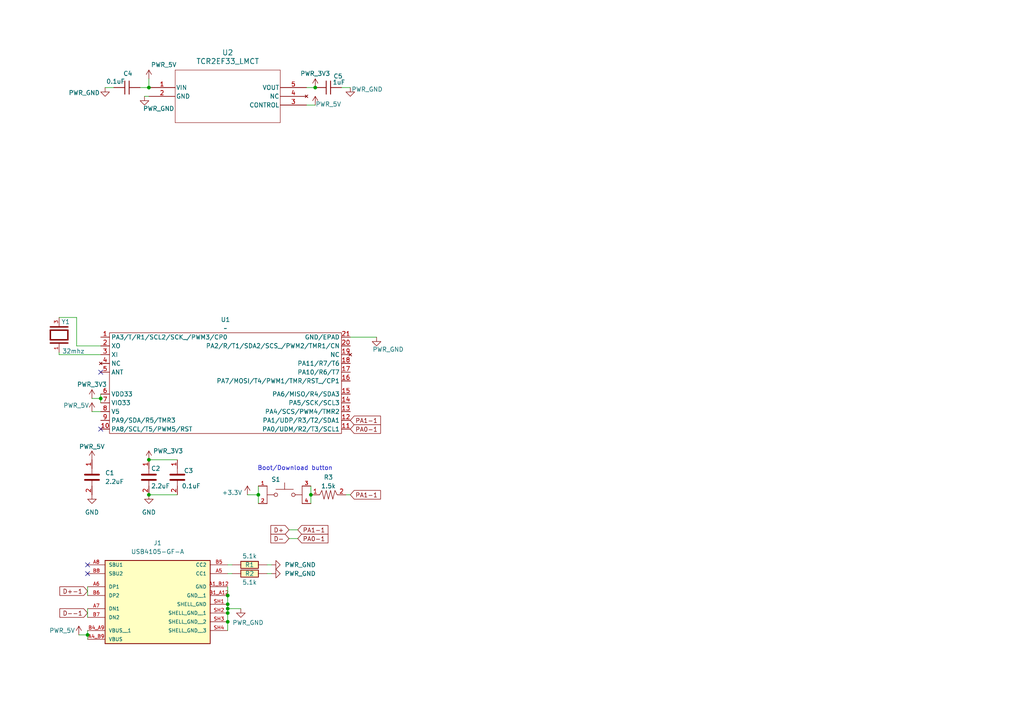
<source format=kicad_sch>
(kicad_sch (version 20250114) (generator "eeschema") (generator_version "9.0")
  (paper "A4")
  (lib_symbols
    (symbol "32mhz crystal:XRCGB32M000F2P01R0" (pin_names (offset 1.016))
      (property "Reference" "Y" (at -5.0878 3.8159 0))
      (property "Value" "XRCGB32M000F2P01R0" (at -5.0944 -5.0944 0))
      (symbol "XRCGB32M000F2P01R0_0_0"
        (polyline (pts (xy -2.3368 2.54) (xy -2.3368 -2.54)) (stroke (width 0.4064)))
        (polyline (pts (xy -1.397 2.54) (xy -1.397 -2.54)) (stroke (width 0.4064)))
        (polyline (pts (xy -1.397 2.54) (xy 1.397 2.54)) (stroke (width 0.4064)))
        (polyline (pts (xy 1.397 2.54) (xy 1.397 -2.54)) (stroke (width 0.4064)))
        (polyline (pts (xy 1.397 -2.54) (xy -1.397 -2.54)) (stroke (width 0.4064)))
        (polyline (pts (xy 2.3368 2.54) (xy 2.3368 -2.54)) (stroke (width 0.4064)))
        (pin passive line (at -5.08 0 0) (length 2.54) (name "~") (number "1"))
        (pin passive line (at 5.08 0 180) (length 2.54) (name "~") (number "3"))
      )
    )
    (symbol "CH572D:CH572D"
      (property "Reference" "U" (at 0 0 0))
      (symbol "CH572D_0_1"
        (rectangle (start -33.02 16.51) (end 34.29 -12.7))
      )
      (symbol "CH572D_1_1"
        (pin bidirectional line (at -35.56 15.24 0) (length 2.54) (name "PA3/T/R1/SCL2/SCK_/PWM3/CP0") (number "1"))
        (pin input line (at -35.56 12.7 0) (length 2.54) (name "XO") (number "2"))
        (pin input line (at -35.56 10.16 0) (length 2.54) (name "XI") (number "3"))
        (pin no_connect line (at -35.56 7.62 0) (length 2.54) (name "NC") (number "4"))
        (pin bidirectional line (at -35.56 5.08 0) (length 2.54) (name "ANT") (number "5"))
        (pin power_in line (at -35.56 -1.27 0) (length 2.54) (name "VDD33") (number "6"))
        (pin power_in line (at -35.56 -3.81 0) (length 2.54) (name "VIO33") (number "7"))
        (pin power_in line (at -35.56 -6.35 0) (length 2.54) (name "V5") (number "8"))
        (pin bidirectional line (at -35.56 -8.89 0) (length 2.54) (name "PA9/SDA/R5/TMR3") (number "9"))
        (pin bidirectional line (at -35.56 -11.43 0) (length 2.54) (name "PA8/SCL/T5/PWM5/RST") (number "10"))
        (pin power_in line (at 36.83 15.24 180) (length 2.54) (name "GND/EPAD") (number "21"))
        (pin bidirectional line (at 36.83 12.7 180) (length 2.54) (name "PA2/R/T1/SDA2/SCS_/PWM2/TMR1/CN") (number "20"))
        (pin no_connect line (at 36.83 10.16 180) (length 2.54) (name "NC") (number "19"))
        (pin bidirectional line (at 36.83 7.62 180) (length 2.54) (name "PA11/R7/T6") (number "18"))
        (pin bidirectional line (at 36.83 5.08 180) (length 2.54) (name "PA10/R6/T7") (number "17"))
        (pin bidirectional line (at 36.83 2.54 180) (length 2.54) (name "PA7/MOSI/T4/PWM1/TMR/RST_/CP1") (number "16"))
        (pin bidirectional line (at 36.83 -1.27 180) (length 2.54) (name "PA6/MISO/R4/SDA3") (number "15"))
        (pin bidirectional line (at 36.83 -3.81 180) (length 2.54) (name "PA5/SCK/SCL3") (number "14"))
        (pin bidirectional line (at 36.83 -6.35 180) (length 2.54) (name "PA4/SCS/PWM4/TMR2") (number "13"))
        (pin bidirectional line (at 36.83 -8.89 180) (length 2.54) (name "PA1/UDP/R3/T2/SDA1") (number "12"))
        (pin bidirectional line (at 36.83 -11.43 180) (length 2.54) (name "PA0/UDM/R2/T3/SCL1") (number "11"))
      )
    )
    (symbol "CHXXX:CH592X (Altium Display 2)"
      (property "Reference" "U" (at 76.708 0 0))
      (property "Value" "CH592X" (at 76.708 -2.54 0))
      (symbol "CH592X (Altium Display 2)_1_0"
        (rectangle (start 68.58 0) (end 0 -68.58) (stroke (width 0.254) (color 128 0 0 1)) (fill (type background)))
        (pin power_in line (at -7.62 -25.4 0) (length 7.62) (name "VDCIA") (number "25"))
        (pin bidirectional line (at -7.62 -27.94 0) (length 7.62) (name "PA4/RXD3/AIN0") (number "26"))
        (pin bidirectional line (at -7.62 -30.48 0) (length 7.62) (name "PA5/TXD3/AIN1") (number "27"))
        (pin bidirectional line (at -7.62 -33.02 0) (length 7.62) (name "PA15/MISO/RXD0_/AIN5") (number "28"))
        (pin bidirectional line (at -7.62 -35.56 0) (length 7.62) (name "PA14/MOSI/TXD0_/AIN4") (number "29"))
        (pin bidirectional line (at -7.62 -38.1 0) (length 7.62) (name "PA13/SCK0/PWM5/AIN3") (number "30"))
        (pin bidirectional line (at -7.62 -40.64 0) (length 7.62) (name "PA12/SCS/PWM4/AIN2") (number "31"))
        (pin bidirectional line (at -7.62 -43.18 0) (length 7.62) (name "PA11/X32KO/TMR2") (number "32"))
        (pin power_in line (at 15.24 -76.2 90) (length 7.62) (name "GND") (number "0"))
        (pin bidirectional line (at 25.4 7.62 270) (length 7.62) (name "ANT") (number "24"))
        (pin bidirectional line (at 25.4 -76.2 90) (length 7.62) (name "PA10/X32KI/TMR1") (number "1"))
        (pin power_in line (at 27.94 7.62 270) (length 7.62) (name "VINTA") (number "23"))
        (pin bidirectional line (at 27.94 -76.2 90) (length 7.62) (name "PB6/RTS/PWM8/AIN9") (number "2"))
        (pin input line (at 30.48 7.62 270) (length 7.62) (name "X32MI") (number "22"))
        (pin bidirectional line (at 30.48 -76.2 90) (length 7.62) (name "PB0/PWM6/CTS/AIN8") (number "3"))
        (pin output line (at 33.02 7.62 270) (length 7.62) (name "X32MO") (number "21"))
        (pin power_in line (at 33.02 -76.2 90) (length 7.62) (name "VDCID") (number "4"))
        (pin bidirectional line (at 35.56 7.62 270) (length 7.62) (name "PB22/TMR3/RXD2") (number "20"))
        (pin power_in line (at 35.56 -76.2 90) (length 7.62) (name "VSW") (number "5"))
        (pin bidirectional line (at 38.1 7.62 270) (length 7.62) (name "PB23/RST#/TMR0_/TXD2/PWM11") (number "19"))
        (pin power_in line (at 38.1 -76.2 90) (length 7.62) (name "VDD33") (number "6"))
        (pin bidirectional line (at 40.64 7.62 270) (length 7.62) (name "PB4/RXD0/PWM7") (number "18"))
        (pin power_in line (at 40.64 -76.2 90) (length 7.62) (name "VIO33") (number "7"))
        (pin bidirectional line (at 43.18 7.62 270) (length 7.62) (name "PB7/TXD0/PWM9") (number "17"))
        (pin power_in line (at 43.18 -76.2 90) (length 7.62) (name "VIN5") (number "8"))
        (pin bidirectional line (at 76.2 -25.4 180) (length 7.62) (name "PB10/UD-/TMR1_") (number "16"))
        (pin bidirectional line (at 76.2 -27.94 180) (length 7.62) (name "PB11/UD+/TMR2_") (number "15"))
        (pin bidirectional line (at 76.2 -30.48 180) (length 7.62) (name "PB12/SCS_/RXD1_") (number "14"))
        (pin bidirectional line (at 76.2 -33.02 180) (length 7.62) (name "PB13/SCK0_/TXD1_") (number "13"))
        (pin bidirectional line (at 76.2 -35.56 180) (length 7.62) (name "PB14/TIO/MOSI_/PWM10/DSR") (number "12"))
        (pin bidirectional line (at 76.2 -38.1 180) (length 7.62) (name "PB15/TCK/MISO_/DTR") (number "11"))
        (pin bidirectional line (at 76.2 -40.64 180) (length 7.62) (name "PA9/TMR0/TXD1/AIN13") (number "10"))
        (pin bidirectional line (at 76.2 -43.18 180) (length 7.62) (name "PA8/RXD1/AIN12") (number "9"))
      )
    )
    (symbol "C_0603_2" (pin_names (offset 1.016))
      (property "Reference" "C" (at -2.794 3.302 0))
      (property "Value" "F" (at 2.794 -3.048 0))
      (symbol "C_0603_2_0_1"
        (polyline (pts (xy -0.762 -2.032) (xy -0.762 2.032)) (stroke (width 0.508)))
        (polyline (pts (xy -0.635 0) (xy -2.54 0)))
        (polyline (pts (xy 0.635 0) (xy 2.54 0)))
        (polyline (pts (xy 0.762 -2.032) (xy 0.762 2.032)) (stroke (width 0.508)))
      )
      (symbol "C_0603_2_1_1"
        (pin passive line (at -5.08 0 0) (length 2.54) (name "") (number "1"))
        (pin passive line (at 5.08 0 180) (length 2.54) (name "") (number "2"))
      )
    )
    (symbol "EasyEDA:DRV8835DSSR"
      (property "Reference" "U" (at 0 12.7 0))
      (property "Value" "DRV8835DSSR" (at 0 -12.7 0))
      (symbol "DRV8835DSSR_0_1"
        (rectangle (start -17.78 10.67) (end -17.27 10.16) (fill (type background)))
        (circle (center -16.51 9.4) (radius 0.38))
        (circle (center -16.51 9.4) (radius 0.38))
        (pin unspecified line (at -20.32 7.62 0) (length 2.54) (name "VM") (number "1"))
        (pin unspecified line (at -20.32 5.08 0) (length 2.54) (name "AOUT1") (number "2"))
        (pin unspecified line (at -20.32 2.54 0) (length 2.54) (name "AOUT2") (number "3"))
        (pin unspecified line (at -20.32 0 0) (length 2.54) (name "BOUT1") (number "4"))
        (pin unspecified line (at -20.32 -2.54 0) (length 2.54) (name "BOUT2") (number "5"))
        (pin unspecified line (at -20.32 -5.08 0) (length 2.54) (name "GND") (number "6"))
        (pin unspecified line (at 20.32 7.62 180) (length 2.54) (name "VCC") (number "12"))
        (pin unspecified line (at 20.32 5.08 180) (length 2.54) (name "MODE") (number "11"))
        (pin unspecified line (at 20.32 2.54 180) (length 2.54) (name "AIN1/APHASE") (number "10"))
        (pin unspecified line (at 20.32 0 180) (length 2.54) (name "AIN2/AENBL") (number "9"))
        (pin unspecified line (at 20.32 -2.54 180) (length 2.54) (name "BIN1/BPHASE") (number "8"))
        (pin unspecified line (at 20.32 -5.08 180) (length 2.54) (name "BIN2/BENBL") (number "7"))
        (pin unspecified line (at 20.32 -7.62 180) (length 2.54) (name "PAD") (number "13"))
      )
    )
    (symbol "R_0603_1" (pin_names (offset 1.016))
      (property "Reference" "R" (at -3.814 2.0087 0))
      (property "Value" "Ω" (at 0.254 -3.048 0))
      (symbol "R_0603_1_0_1"
        (polyline (pts (xy -2.54 0) (xy -1.905 1.27) (xy -1.27 -1.27) (xy -0.635 1.27) (xy 0 -1.27) (xy 0.635 1.27) (xy 1.27 -1.27) (xy 1.905 1.27) (xy 2.54 0)))
      )
      (symbol "R_0603_1_1_1"
        (pin passive line (at -5.08 0 0) (length 2.54) (name "") (number "1"))
        (pin passive line (at 5.08 0 180) (length 2.54) (name "") (number "2"))
      )
    )
    (symbol "button:TL3365AF180QG" (pin_names (offset 1.016))
      (property "Reference" "S" (at -5.08 5.08 0))
      (property "Value" "TL3365AF180QG" (at -5.08 -5.08 0))
      (symbol "TL3365AF180QG_0_0"
        (polyline (pts (xy -5.08 2.54) (xy -5.08 -2.54)) (stroke (width 0.1524)))
        (polyline (pts (xy -5.08 0) (xy -3.048 0)) (stroke (width 0.1524)))
        (polyline (pts (xy -2.54 1.5875) (xy 0 1.5875)) (stroke (width 0.1524)))
        (circle (center -2.54 0) (radius 0.508) (stroke (width 0.1524)))
        (polyline (pts (xy 0 1.5875) (xy 0 3.4925)) (stroke (width 0.1524)))
        (polyline (pts (xy 0 1.5875) (xy 2.54 1.5875)) (stroke (width 0.1524)))
        (circle (center 2.54 0) (radius 0.508) (stroke (width 0.1524)))
        (polyline (pts (xy 5.08 2.54) (xy 5.08 -2.54)) (stroke (width 0.1524)))
        (polyline (pts (xy 5.08 0) (xy 3.048 0)) (stroke (width 0.1524)))
        (pin passive line (at -7.62 2.54 0) (length 2.54) (name "~") (number "1"))
        (pin passive line (at -7.62 -2.54 0) (length 2.54) (name "~") (number "2"))
        (pin passive line (at 7.62 2.54 180) (length 2.54) (name "~") (number "3"))
        (pin passive line (at 7.62 -2.54 180) (length 2.54) (name "~") (number "4"))
      )
    )
    (symbol "fab:C_0603" (pin_numbers (hide yes))
      (property "Reference" "C" (at 0.635 2.54 0))
      (property "Value" "C_0603" (at 0.635 -2.54 0))
      (symbol "C_0603_1_1"
        (polyline (pts (xy -1.905 0.635) (xy 1.905 0.635)) (stroke (width 0.25)))
        (polyline (pts (xy -1.905 -0.635) (xy 1.905 -0.635)) (stroke (width 0.25)))
        (pin passive line (at 0 3.81 270) (length 3.175) (name "~") (number "1"))
        (pin passive line (at 0 -3.81 90) (length 3.175) (name "~") (number "2"))
      )
    )
    (symbol "fab:C_1206" (pin_numbers (hide yes))
      (property "Reference" "C" (at 0.635 2.54 0))
      (property "Value" "C_1206" (at 0.635 -2.54 0))
      (symbol "C_1206_1_1"
        (polyline (pts (xy -1.905 0.635) (xy 1.905 0.635)) (stroke (width 0.25)))
        (polyline (pts (xy -1.905 -0.635) (xy 1.905 -0.635)) (stroke (width 0.25)))
        (pin passive line (at 0 3.81 270) (length 3.175) (name "~") (number "1"))
        (pin passive line (at 0 -3.81 90) (length 3.175) (name "~") (number "2"))
      )
    )
    (symbol "fab:PWR_3V3" (power) (pin_names (offset 0))
      (property "Value" "PWR_3V3" (at 0 3.556 0))
      (symbol "PWR_3V3_0_1"
        (polyline (pts (xy -0.762 1.27) (xy 0 2.54)))
        (polyline (pts (xy 0 2.54) (xy 0.762 1.27)))
        (polyline (pts (xy 0 0) (xy 0 2.54)))
      )
      (symbol "PWR_3V3_1_1"
        (pin power_in line (at 0 0 90) (length 0) (hide yes) (name "PWR_3V3") (number "1"))
      )
    )
    (symbol "fab:PWR_5V" (power) (pin_names (offset 0))
      (property "Value" "PWR_5V" (at 0 3.556 0))
      (symbol "PWR_5V_0_1"
        (polyline (pts (xy -0.762 1.27) (xy 0 2.54)))
        (polyline (pts (xy 0 2.54) (xy 0.762 1.27)))
        (polyline (pts (xy 0 0) (xy 0 2.54)))
      )
      (symbol "PWR_5V_1_1"
        (pin power_in line (at 0 0 90) (length 0) (hide yes) (name "PWR_5V") (number "1"))
      )
    )
    (symbol "fab:PWR_GND" (power) (pin_names (offset 0))
      (property "Value" "PWR_GND" (at 0 -3.81 0))
      (symbol "PWR_GND_0_1"
        (polyline (pts (xy 0 0) (xy 0 -1.27) (xy 1.27 -1.27) (xy 0 -2.54) (xy -1.27 -1.27) (xy 0 -1.27)))
      )
      (symbol "PWR_GND_1_1"
        (pin power_in line (at 0 0 270) (length 0) (hide yes) (name "PWR_GND") (number "1"))
      )
    )
    (symbol "fab:R_0603" (pin_numbers (hide yes)) (pin_names (offset 0))
      (property "Reference" "R" (at 2.54 0 90))
      (property "Value" "R_0603" (at -2.54 0 90))
      (symbol "R_0603_0_1"
        (rectangle (start -1.016 -2.54) (end 1.016 2.54) (stroke (width 0.254)) (fill (type background)))
      )
      (symbol "R_0603_1_1"
        (pin passive line (at 0 5.08 270) (length 2.54) (name "~") (number "1"))
        (pin passive line (at 0 -5.08 90) (length 2.54) (name "~") (number "2"))
      )
    )
    (symbol "power:+3.3V" (power) (pin_names (offset 0))
      (property "Value" "+3.3V" (at 0 3.556 0))
      (symbol "+3.3V_0_1"
        (polyline (pts (xy -0.762 1.27) (xy 0 2.54)))
        (polyline (pts (xy 0 2.54) (xy 0.762 1.27)))
        (polyline (pts (xy 0 0) (xy 0 2.54)))
      )
      (symbol "+3.3V_1_1"
        (pin power_in line (at 0 0 90) (length 0) (hide yes) (name "+3.3V") (number "1"))
      )
    )
    (symbol "power:GND" (power) (pin_names (offset 0))
      (property "Value" "GND" (at 0 -3.81 0))
      (symbol "GND_0_1"
        (polyline (pts (xy 0 0) (xy 0 -1.27) (xy 1.27 -1.27) (xy 0 -2.54) (xy -1.27 -1.27) (xy 0 -1.27)))
      )
      (symbol "GND_1_1"
        (pin power_in line (at 0 0 270) (length 0) (hide yes) (name "GND") (number "1"))
      )
    )
    (symbol "usbc:USB4105-GF-A" (pin_names (offset 1.016))
      (property "Reference" "J" (at -15.24 13.97 0))
      (property "Value" "USB4105-GF-A" (at -15.24 -27.94 0))
      (symbol "USB4105-GF-A_0_0"
        (rectangle (start -15.24 12.7) (end 15.24 -11.43) (stroke (width 0.254)) (fill (type background)))
        (pin bidirectional line (at -20.32 11.43 0) (length 5.08) (name "SBU1") (number "A8"))
        (pin bidirectional line (at -20.32 8.89 0) (length 5.08) (name "SBU2") (number "B8"))
        (pin bidirectional line (at -20.32 5.08 0) (length 5.08) (name "DP1") (number "A6"))
        (pin bidirectional line (at -20.32 2.54 0) (length 5.08) (name "DP2") (number "B6"))
        (pin bidirectional line (at -20.32 -1.27 0) (length 5.08) (name "DN1") (number "A7"))
        (pin bidirectional line (at -20.32 -3.81 0) (length 5.08) (name "DN2") (number "B7"))
        (pin power_in line (at -20.32 -7.62 0) (length 5.08) (name "VBUS__1") (number "B4_A9"))
        (pin power_in line (at -20.32 -10.16 0) (length 5.08) (name "VBUS") (number "A4_B9"))
        (pin bidirectional line (at 20.32 11.43 180) (length 5.08) (name "CC2") (number "B5"))
        (pin bidirectional line (at 20.32 8.89 180) (length 5.08) (name "CC1") (number "A5"))
        (pin power_in line (at 20.32 5.08 180) (length 5.08) (name "GND") (number "A1_B12"))
        (pin power_in line (at 20.32 2.54 180) (length 5.08) (name "GND__1") (number "B1_A12"))
        (pin power_in line (at 20.32 0 180) (length 5.08) (name "SHELL_GND") (number "SH1"))
        (pin power_in line (at 20.32 -2.54 180) (length 5.08) (name "SHELL_GND__1") (number "SH2"))
        (pin power_in line (at 20.32 -5.08 180) (length 5.08) (name "SHELL_GND__2") (number "SH3"))
        (pin power_in line (at 20.32 -7.62 180) (length 5.08) (name "SHELL_GND__3") (number "SH4"))
      )
    )
    (symbol "voltage regulator:TCR2EF33_LMCT" (pin_names (offset 0.254))
      (property "Reference" "U" (at 22.86 10.16 0))
      (property "Value" "TCR2EF33_LMCT" (at 22.86 7.62 0))
      (symbol "TCR2EF33_LMCT_0_1"
        (polyline (pts (xy 7.62 5.08) (xy 7.62 -10.16)) (stroke (width 0.127)))
        (polyline (pts (xy 7.62 -10.16) (xy 38.1 -10.16)) (stroke (width 0.127)))
        (polyline (pts (xy 38.1 5.08) (xy 7.62 5.08)) (stroke (width 0.127)))
        (polyline (pts (xy 38.1 -10.16) (xy 38.1 5.08)) (stroke (width 0.127)))
        (pin power_in line (at 0 0 0) (length 7.62) (name "VIN") (number "1"))
        (pin power_out line (at 0 -2.54 0) (length 7.62) (name "GND") (number "2"))
        (pin power_in line (at 45.72 0 180) (length 7.62) (name "VOUT") (number "5"))
        (pin no_connect line (at 45.72 -2.54 180) (length 7.62) (name "NC") (number "4"))
        (pin unspecified line (at 45.72 -5.08 180) (length 7.62) (name "CONTROL") (number "3"))
      )
    )
  )
  (text "Boot/Download button\n" (at 382.778 101.6 0) (effects (font (size 1.27 1.27))))
  (text "Boot/Download button\n" (at 85.598 135.89 0) (effects (font (size 1.27 1.27))))
  (junction (at 66.04 172.72))
  (junction (at 378.46 142.24))
  (junction (at 372.11 109.22))
  (junction (at 74.93 143.51))
  (junction (at 91.44 25.4))
  (junction (at 66.04 180.34))
  (junction (at 378.46 149.86))
  (junction (at 386.08 20.32))
  (junction (at 337.82 -22.86))
  (junction (at 328.93 20.32))
  (junction (at 340.36 109.22))
  (junction (at 43.18 143.51))
  (junction (at 66.04 177.8))
  (junction (at 378.46 147.32))
  (junction (at 389.89 -22.86))
  (junction (at 387.35 109.22))
  (junction (at 90.17 143.51))
  (junction (at 330.2 -22.86))
  (junction (at 340.36 99.06))
  (junction (at 43.18 133.35))
  (junction (at 336.55 20.32))
  (junction (at 66.04 175.26))
  (junction (at 378.46 144.78))
  (junction (at 66.04 176.53))
  (junction (at 378.46 146.05))
  (junction (at 326.39 81.28))
  (junction (at 29.21 115.57))
  (junction (at 25.4 184.15))
  (junction (at 337.82 153.67))
  (junction (at 43.18 25.4))
  (no_connect (at 25.4 163.83))
  (no_connect (at 337.82 133.35))
  (no_connect (at 29.21 107.95))
  (no_connect (at 326.39 90.17))
  (no_connect (at 29.21 124.46))
  (no_connect (at 25.4 166.37))
  (no_connect (at 337.82 135.89))
  (no_connect (at 326.39 73.66))
  (wire (pts (xy 326.39 81.28) (xy 326.39 82.55)))
  (wire (pts (xy 29.21 115.57) (xy 29.21 116.84)))
  (wire (pts (xy 66.04 170.18) (xy 66.04 172.72)))
  (wire (pts (xy 378.46 139.7) (xy 378.46 142.24)))
  (wire (pts (xy 314.325 68.58) (xy 326.39 68.58)))
  (wire (pts (xy 17.145 102.87) (xy 29.21 102.87)))
  (wire (pts (xy 314.325 57.785) (xy 319.405 57.785)))
  (wire (pts (xy 17.145 92.075) (xy 22.225 92.075)))
  (wire (pts (xy 323.85 81.28) (xy 326.39 81.28)))
  (wire (pts (xy 26.67 115.57) (xy 29.21 115.57)))
  (wire (pts (xy 77.47 163.83) (xy 78.74 163.83)))
  (wire (pts (xy 389.89 133.35) (xy 391.16 133.35)))
  (wire (pts (xy 66.04 163.83) (xy 67.31 163.83)))
  (wire (pts (xy 378.46 133.35) (xy 379.73 133.35)))
  (wire (pts (xy 336.55 10.16) (xy 336.55 20.32)))
  (wire (pts (xy 397.51 20.32) (xy 394.97 20.32)))
  (wire (pts (xy 319.405 66.04) (xy 326.39 66.04)))
  (wire (pts (xy 22.225 100.33) (xy 29.21 100.33)))
  (wire (pts (xy 88.9 30.48) (xy 91.44 30.48)))
  (wire (pts (xy 40.64 25.4) (xy 43.18 25.4)))
  (wire (pts (xy 319.405 57.785) (xy 319.405 66.04)))
  (wire (pts (xy 22.225 92.075) (xy 22.225 100.33)))
  (wire (pts (xy 25.4 176.53) (xy 25.4 179.07)))
  (wire (pts (xy 337.82 146.05) (xy 337.82 148.59)))
  (wire (pts (xy 66.04 180.34) (xy 66.04 182.88)))
  (wire (pts (xy 378.46 149.86) (xy 378.46 152.4)))
  (wire (pts (xy 71.755 143.51) (xy 74.93 143.51)))
  (wire (pts (xy 368.935 109.22) (xy 372.11 109.22)))
  (wire (pts (xy 328.93 10.16) (xy 328.93 20.32)))
  (wire (pts (xy 389.89 -22.86) (xy 389.89 -20.32)))
  (wire (pts (xy 90.17 143.51) (xy 90.17 146.05)))
  (wire (pts (xy 387.35 109.22) (xy 387.35 111.76)))
  (wire (pts (xy 372.11 106.68) (xy 372.11 109.22)))
  (wire (pts (xy 74.93 140.97) (xy 74.93 143.51)))
  (wire (pts (xy 389.89 -22.86) (xy 391.16 -22.86)))
  (wire (pts (xy 66.04 176.53) (xy 69.85 176.53)))
  (wire (pts (xy 378.46 146.05) (xy 382.27 146.05)))
  (wire (pts (xy 77.47 166.37) (xy 78.74 166.37)))
  (wire (pts (xy 389.89 135.89) (xy 391.16 135.89)))
  (wire (pts (xy 83.82 153.67) (xy 86.36 153.67)))
  (wire (pts (xy 381 119.38) (xy 383.54 119.38)))
  (wire (pts (xy 401.32 -22.86) (xy 398.78 -22.86)))
  (wire (pts (xy 386.08 22.86) (xy 386.08 20.32)))
  (wire (pts (xy 91.44 25.4) (xy 88.9 25.4)))
  (wire (pts (xy 83.82 156.21) (xy 86.36 156.21)))
  (wire (pts (xy 381 121.92) (xy 383.54 121.92)))
  (wire (pts (xy 336.55 20.32) (xy 342.9 20.32)))
  (wire (pts (xy 314.325 68.58) (xy 314.325 67.945)))
  (wire (pts (xy 17.145 102.87) (xy 17.145 102.235)))
  (wire (pts (xy 330.2 -31.75) (xy 330.2 -22.86)))
  (wire (pts (xy 387.35 -22.86) (xy 389.89 -22.86)))
  (wire (pts (xy 41.91 27.94) (xy 43.18 27.94)))
  (wire (pts (xy 337.82 -22.86) (xy 346.71 -22.86)))
  (wire (pts (xy 30.48 25.4) (xy 33.02 25.4)))
  (wire (pts (xy 25.4 170.18) (xy 25.4 172.72)))
  (wire (pts (xy 337.82 139.7) (xy 337.82 142.24)))
  (wire (pts (xy 340.36 109.22) (xy 348.615 109.22)))
  (wire (pts (xy 43.18 143.51) (xy 51.435 143.51)))
  (wire (pts (xy 397.51 109.22) (xy 398.78 109.22)))
  (wire (pts (xy 100.33 143.51) (xy 101.6 143.51)))
  (wire (pts (xy 66.04 176.53) (xy 66.04 177.8)))
  (wire (pts (xy 378.46 146.05) (xy 378.46 147.32)))
  (wire (pts (xy 387.35 106.68) (xy 387.35 109.22)))
  (wire (pts (xy 90.17 140.97) (xy 90.17 143.51)))
  (wire (pts (xy 43.18 22.86) (xy 43.18 25.4)))
  (wire (pts (xy 323.85 85.09) (xy 326.39 85.09)))
  (wire (pts (xy 26.67 119.38) (xy 29.21 119.38)))
  (wire (pts (xy 66.04 166.37) (xy 67.31 166.37)))
  (wire (pts (xy 378.46 135.89) (xy 379.73 135.89)))
  (wire (pts (xy 387.35 20.32) (xy 386.08 20.32)))
  (wire (pts (xy 337.82 -31.75) (xy 337.82 -22.86)))
  (wire (pts (xy 66.04 177.8) (xy 66.04 180.34)))
  (wire (pts (xy 378.46 147.32) (xy 378.46 149.86)))
  (wire (pts (xy 327.66 -22.86) (xy 330.2 -22.86)))
  (wire (pts (xy 326.39 80.01) (xy 326.39 81.28)))
  (wire (pts (xy 29.21 114.3) (xy 29.21 115.57)))
  (wire (pts (xy 66.04 172.72) (xy 66.04 175.26)))
  (wire (pts (xy 378.46 142.24) (xy 378.46 144.78)))
  (wire (pts (xy 340.36 99.06) (xy 348.615 99.06)))
  (wire (pts (xy 43.18 133.35) (xy 51.435 133.35)))
  (wire (pts (xy 372.11 109.22) (xy 372.11 111.76)))
  (wire (pts (xy 74.93 143.51) (xy 74.93 146.05)))
  (wire (pts (xy 25.4 184.15) (xy 25.4 185.42)))
  (wire (pts (xy 337.82 153.67) (xy 337.82 154.94)))
  (wire (pts (xy 66.04 175.26) (xy 66.04 176.53)))
  (wire (pts (xy 378.46 144.78) (xy 378.46 146.05)))
  (wire (pts (xy 389.89 -20.32) (xy 387.35 -20.32)))
  (wire (pts (xy 383.54 22.86) (xy 386.08 22.86)))
  (wire (pts (xy 383.54 20.32) (xy 386.08 20.32)))
  (wire (pts (xy 22.86 184.15) (xy 25.4 184.15)))
  (wire (pts (xy 335.28 153.67) (xy 337.82 153.67)))
  (wire (pts (xy 101.6 25.4) (xy 99.06 25.4)))
  (wire (pts (xy 398.78 63.5) (xy 406.4 63.5)))
  (wire (pts (xy 101.6 97.79) (xy 109.22 97.79)))
  (wire (pts (xy 326.39 20.32) (xy 328.93 20.32)))
  (wire (pts (xy 25.4 182.88) (xy 25.4 184.15)))
  (wire (pts (xy 337.82 152.4) (xy 337.82 153.67)))
  (global_label "AOUT2-2" (shape input) (at 346.71 -17.78 180) (property "Intersheetrefs" "${INTERSHEET_REFS}" (effects (hide yes))))
  (global_label "BEN" (shape input) (at 383.54 33.02 0) (property "Intersheetrefs" "${INTERSHEET_REFS}" (effects (hide yes))))
  (global_label "AEN-1" (shape input) (at 387.35 -15.24 0) (property "Intersheetrefs" "${INTERSHEET_REFS}" (effects (hide yes))))
  (global_label "D+-1" (shape input) (at 25.4 171.45 180) (property "Intersheetrefs" "${INTERSHEET_REFS}" (effects (hide yes))))
  (global_label "BEN-1" (shape input) (at 387.35 -10.16 0) (property "Intersheetrefs" "${INTERSHEET_REFS}" (effects (hide yes))))
  (global_label "D+" (shape input) (at 83.82 153.67 180) (property "Intersheetrefs" "${INTERSHEET_REFS}" (effects (hide yes))))
  (global_label "AEN" (shape input) (at 383.54 27.94 0) (property "Intersheetrefs" "${INTERSHEET_REFS}" (effects (hide yes))))
  (global_label "PA0-1" (shape input) (at 101.6 124.46 0) (property "Intersheetrefs" "${INTERSHEET_REFS}" (effects (hide yes))))
  (global_label "D-" (shape input) (at 337.82 147.32 180) (property "Intersheetrefs" "${INTERSHEET_REFS}" (effects (hide yes))))
  (global_label "D-" (shape input) (at 381 121.92 180) (property "Intersheetrefs" "${INTERSHEET_REFS}" (effects (hide yes))))
  (global_label "PA1" (shape input) (at 398.78 109.22 0) (property "Intersheetrefs" "${INTERSHEET_REFS}" (effects (hide yes))))
  (global_label "PA1" (shape input) (at 398.78 87.63 0) (property "Intersheetrefs" "${INTERSHEET_REFS}" (effects (hide yes))))
  (global_label "PA1" (shape input) (at 383.54 119.38 0) (property "Intersheetrefs" "${INTERSHEET_REFS}" (effects (hide yes))))
  (global_label "D--1" (shape input) (at 25.4 177.8 180) (property "Intersheetrefs" "${INTERSHEET_REFS}" (effects (hide yes))))
  (global_label "AOUT2" (shape input) (at 342.9 25.4 180) (property "Intersheetrefs" "${INTERSHEET_REFS}" (effects (hide yes))))
  (global_label "D+" (shape input) (at 381 119.38 180) (property "Intersheetrefs" "${INTERSHEET_REFS}" (effects (hide yes))))
  (global_label "D-" (shape input) (at 83.82 156.21 180) (property "Intersheetrefs" "${INTERSHEET_REFS}" (effects (hide yes))))
  (global_label "BEN" (shape input) (at 398.78 76.2 0) (property "Intersheetrefs" "${INTERSHEET_REFS}" (effects (hide yes))))
  (global_label "BPH-1" (shape input) (at 387.35 -12.7 0) (property "Intersheetrefs" "${INTERSHEET_REFS}" (effects (hide yes))))
  (global_label "AEN" (shape input) (at 398.78 71.12 0) (property "Intersheetrefs" "${INTERSHEET_REFS}" (effects (hide yes))))
  (global_label "PA0" (shape input) (at 383.54 121.92 0) (property "Intersheetrefs" "${INTERSHEET_REFS}" (effects (hide yes))))
  (global_label "PA0-1" (shape input) (at 86.36 156.21 0) (property "Intersheetrefs" "${INTERSHEET_REFS}" (effects (hide yes))))
  (global_label "APH-1" (shape input) (at 387.35 -17.78 0) (property "Intersheetrefs" "${INTERSHEET_REFS}" (effects (hide yes))))
  (global_label "BOUT2" (shape input) (at 342.9 30.48 180) (property "Intersheetrefs" "${INTERSHEET_REFS}" (effects (hide yes))))
  (global_label "BOUT1" (shape input) (at 342.9 27.94 180) (property "Intersheetrefs" "${INTERSHEET_REFS}" (effects (hide yes))))
  (global_label "PA1-1" (shape input) (at 86.36 153.67 0) (property "Intersheetrefs" "${INTERSHEET_REFS}" (effects (hide yes))))
  (global_label "BOUT1-1" (shape input) (at 346.71 -15.24 180) (property "Intersheetrefs" "${INTERSHEET_REFS}" (effects (hide yes))))
  (global_label "BOUT2-2" (shape input) (at 346.71 -12.7 180) (property "Intersheetrefs" "${INTERSHEET_REFS}" (effects (hide yes))))
  (global_label "AOUT1" (shape input) (at 342.9 22.86 180) (property "Intersheetrefs" "${INTERSHEET_REFS}" (effects (hide yes))))
  (global_label "D+" (shape input) (at 337.82 140.97 180) (property "Intersheetrefs" "${INTERSHEET_REFS}" (effects (hide yes))))
  (global_label "BPH" (shape input) (at 398.78 73.66 0) (property "Intersheetrefs" "${INTERSHEET_REFS}" (effects (hide yes))))
  (global_label "AOUT1-1" (shape input) (at 346.71 -20.32 180) (property "Intersheetrefs" "${INTERSHEET_REFS}" (effects (hide yes))))
  (global_label "PA1-1" (shape input) (at 101.6 121.92 0) (property "Intersheetrefs" "${INTERSHEET_REFS}" (effects (hide yes))))
  (global_label "BPH" (shape input) (at 383.54 30.48 0) (property "Intersheetrefs" "${INTERSHEET_REFS}" (effects (hide yes))))
  (global_label "PA1-1" (shape input) (at 101.6 143.51 0) (property "Intersheetrefs" "${INTERSHEET_REFS}" (effects (hide yes))))
  (global_label "APH" (shape input) (at 398.78 66.04 0) (property "Intersheetrefs" "${INTERSHEET_REFS}" (effects (hide yes))))
  (global_label "APH" (shape input) (at 383.54 25.4 0) (property "Intersheetrefs" "${INTERSHEET_REFS}" (effects (hide yes))))
  (global_label "PA0" (shape input) (at 398.78 90.17 0) (property "Intersheetrefs" "${INTERSHEET_REFS}" (effects (hide yes))))
  (symbol (lib_id "EasyEDA:DRV8835DSSR") (at 363.22 27.94 0) (unit 1)
    (property "Reference" "U5" (at 363.22 12.7 0))
    (property "Value" "DRV8835DSSR" (at 363.22 15.24 0))
    (property "Footprint" "EasyEDA:WSON-12_L3.0-W2.0-P0.50-BL-EP" (effects (hide yes)))
    (property "Datasheet" "https://lcsc.com/product-detail/Motor-Drivers_TI_DRV8835DSSR_DRV8835DSSR_C129328.html" (effects (hide yes)))
    (property "LCSC Part" "C129328" (effects (hide yes)))
  )
  (symbol (lib_id "fab:PWR_5V") (at 43.18 22.86 0) (unit 1)
    (property "Reference" "#PWR0121" (effects (hide yes)))
    (property "Value" "PWR_5V" (at 47.498 18.796 0))
    (property "Description" "Power symbol creates a global label with name \"+5V\"" (effects (hide yes)))
  )
  (symbol (lib_id "fab:PWR_GND") (at 78.74 166.37 90) (unit 1)
    (property "Reference" "#PWR0108" (effects (hide yes)))
    (property "Value" "PWR_GND" (at 82.55 166.3699 90) (effects (justify right)))
    (property "Description" "Power symbol creates a global label with name \"GND\" , ground" (effects (hide yes)))
  )
  (symbol (lib_id "power:GND") (at 43.18 143.51 0) (unit 1)
    (property "Reference" "#PWR0107" (effects (hide yes)))
    (property "Value" "GND" (at 43.18 148.59 0))
    (property "Description" "Power symbol creates a global label with name \"GND\" , ground" (effects (hide yes)))
  )
  (symbol (lib_name "C_0603_2") (lib_id "0603:C_0603") (at 323.85 104.14 270) (unit 1)
    (property "Reference" "C6" (at 327.66 102.8699 90) (effects (justify left)))
    (property "Value" "2.2uF" (at 327.66 105.4099 90) (effects (justify left)))
    (property "Footprint" "Footprint:0603" (effects (hide yes)))
    (property "MANUFACTURER" "YAGEO" (effects (hide yes)))
  )
  (symbol (lib_name "C_0603_2") (lib_id "0603:C_0603") (at 51.435 138.43 270) (unit 1)
    (property "Reference" "C3" (at 53.34 136.525 90) (effects (justify left)))
    (property "Value" "0.1uF" (at 52.705 140.97 90) (effects (justify left)))
    (property "Footprint" "Footprint:0603" (effects (hide yes)))
    (property "MANUFACTURER" "YAGEO" (effects (hide yes)))
  )
  (symbol (lib_id "fab:PWR_5V") (at 323.85 85.09 0) (unit 1)
    (property "Reference" "#PWR0128" (effects (hide yes)))
    (property "Value" "PWR_5V" (at 319.278 83.312 0))
    (property "Description" "Power symbol creates a global label with name \"+5V\"" (effects (hide yes)))
  )
  (symbol (lib_id "fab:C_1206") (at 334.01 -31.75 90) (unit 1)
    (property "Reference" "C12" (at 334.01 -38.1 90))
    (property "Value" "C_1206" (at 334.01 -35.56 90))
    (property "Footprint" "fab:C_1206" (effects (hide yes)))
    (property "Datasheet" "https://www.yageo.com/upload/media/product/productsearch/datasheet/mlcc/UPY-GP_NP0_16V-to-50V_18.pdf" (effects (hide yes)))
    (property "Description" "Unpolarized capacitor, SMD, 1206" (effects (hide yes)))
  )
  (symbol (lib_id "fab:PWR_GND") (at 391.16 135.89 90) (unit 1)
    (property "Reference" "#PWR0104" (effects (hide yes)))
    (property "Value" "PWR_GND" (at 394.97 135.8899 90) (effects (justify right)))
    (property "Description" "Power symbol creates a global label with name \"GND\" , ground" (effects (hide yes)))
  )
  (symbol (lib_id "power:GND") (at 323.85 109.22 0) (unit 1)
    (property "Reference" "#PWR0130" (effects (hide yes)))
    (property "Value" "GND" (at 323.85 114.3 0))
    (property "Description" "Power symbol creates a global label with name \"GND\" , ground" (effects (hide yes)))
  )
  (symbol (lib_name "C_0603_2") (lib_id "0603:C_0603") (at 340.36 104.14 270) (unit 1)
    (property "Reference" "C7" (at 340.995 101.6 90) (effects (justify left)))
    (property "Value" "2.2uF" (at 340.995 106.68 90) (effects (justify left)))
    (property "Footprint" "Footprint:0603" (effects (hide yes)))
    (property "MANUFACTURER" "YAGEO" (effects (hide yes)))
  )
  (symbol (lib_id "fab:C_0603") (at 36.83 25.4 90) (unit 1)
    (property "Reference" "C4" (at 37.084 21.336 90))
    (property "Value" "0.1uF" (at 33.528 23.622 90))
    (property "Footprint" "Footprint:0603" (effects (hide yes)))
    (property "Datasheet" "https://www.yageo.com/upload/media/product/productsearch/datasheet/mlcc/UPY-GP_NP0_16V-to-50V_18.pdf" (effects (hide yes)))
    (property "Description" "Unpolarized capacitor, SMD, 1206" (effects (hide yes)))
  )
  (symbol (lib_id "fab:PWR_GND") (at 41.91 27.94 0) (unit 1)
    (property "Reference" "#PWR0120" (effects (hide yes)))
    (property "Value" "PWR_GND" (at 50.546 31.496 0) (effects (justify right)))
    (property "Description" "Power symbol creates a global label with name \"GND\" , ground" (effects (hide yes)))
  )
  (symbol (lib_id "button:TL3365AF180QG") (at 379.73 109.22 0) (unit 1)
    (property "Reference" "S2" (at 377.19 104.775 0))
    (property "Value" "TL3365AF180QG" (effects (hide yes)))
    (property "Footprint" "Footprint:button" (effects (hide yes)))
    (property "PARTREV" "A" (effects (hide yes)))
    (property "SNAPEDA_PN" "TL3365AF180QG" (effects (hide yes)))
    (property "STANDARD" "Manufacturer Recommendations" (effects (hide yes)))
    (property "MAXIMUM_PACKAGE_HEIGHT" "2.5 mm" (effects (hide yes)))
    (property "MANUFACTURER" "E-Switch" (effects (hide yes)))
  )
  (symbol (lib_id "fab:PWR_3V3") (at 43.18 133.35 0) (unit 1)
    (property "Reference" "#PWR0114" (effects (hide yes)))
    (property "Value" "PWR_3V3" (at 48.768 130.81 0))
    (property "Description" "Power symbol creates a global label with name \"+3V3\"" (effects (hide yes)))
  )
  (symbol (lib_id "fab:PWR_GND") (at 406.4 63.5 0) (unit 1)
    (property "Reference" "#PWR0103" (effects (hide yes)))
    (property "Value" "PWR_GND" (at 414.274 67.056 0) (effects (justify right)))
    (property "Description" "Power symbol creates a global label with name \"GND\" , ground" (effects (hide yes)))
  )
  (symbol (lib_id "fab:PWR_5V") (at 26.67 119.38 0) (unit 1)
    (property "Reference" "#PWR0111" (effects (hide yes)))
    (property "Value" "PWR_5V" (at 22.098 117.602 0))
    (property "Description" "Power symbol creates a global label with name \"+5V\"" (effects (hide yes)))
  )
  (symbol (lib_id "fab:C_0603") (at 95.25 25.4 90) (unit 1)
    (property "Reference" "C5" (at 98.044 22.098 90))
    (property "Value" "1uF" (at 98.298 23.876 90))
    (property "Footprint" "Footprint:0603" (effects (hide yes)))
    (property "Datasheet" "https://www.yageo.com/upload/media/product/productsearch/datasheet/mlcc/UPY-GP_NP0_16V-to-50V_18.pdf" (effects (hide yes)))
    (property "Description" "Unpolarized capacitor, SMD, 1206" (effects (hide yes)))
  )
  (symbol (lib_id "power:GND") (at 346.71 -10.16 0) (unit 1)
    (property "Reference" "#PWR07" (effects (hide yes)))
    (property "Value" "GND" (at 346.71 -5.08 0))
    (property "Description" "Power symbol creates a global label with name \"GND\" , ground" (effects (hide yes)))
  )
  (symbol (lib_id "fab:R_0603") (at 384.81 135.89 90) (unit 1)
    (property "Reference" "R6" (at 384.81 135.89 90))
    (property "Value" "5.1k" (at 384.81 138.43 90))
    (property "Footprint" "Footprint:0603" (effects (hide yes)))
    (property "Description" "Resistor" (effects (hide yes)))
  )
  (symbol (lib_id "fab:PWR_GND") (at 327.66 -22.86 0) (unit 1)
    (property "Reference" "#PWR04" (effects (hide yes)))
    (property "Value" "PWR_GND" (at 327.66 -17.78 0))
    (property "Description" "Power symbol creates a global label with name \"GND\" , ground" (effects (hide yes)))
  )
  (symbol (lib_id "EasyEDA:DRV8835DSSR") (at 367.03 -15.24 0) (unit 1)
    (property "Reference" "U4" (at 367.03 -30.48 0))
    (property "Value" "DRV8835DSSR" (at 367.03 -27.94 0))
    (property "Footprint" "EasyEDA:WSON-12_L3.0-W2.0-P0.50-BL-EP" (effects (hide yes)))
    (property "Datasheet" "https://lcsc.com/product-detail/Motor-Drivers_TI_DRV8835DSSR_DRV8835DSSR_C129328.html" (effects (hide yes)))
    (property "LCSC Part" "C129328" (effects (hide yes)))
  )
  (symbol (lib_id "fab:PWR_GND") (at 69.85 176.53 0) (unit 1)
    (property "Reference" "#PWR0102" (effects (hide yes)))
    (property "Value" "PWR_GND" (at 76.454 180.594 0) (effects (justify right)))
    (property "Description" "Power symbol creates a global label with name \"GND\" , ground" (effects (hide yes)))
  )
  (symbol (lib_id "CH572D:CH572D") (at 361.95 78.74 0) (unit 1)
    (property "Reference" "U3" (at 362.585 58.42 0))
    (property "Value" "~" (at 362.585 60.96 0))
    (property "Footprint" "Footprint:CH572D" (effects (hide yes)))
  )
  (symbol (lib_id "power:GND") (at 340.36 109.22 0) (unit 1)
    (property "Reference" "#PWR0125" (effects (hide yes)))
    (property "Value" "GND" (at 340.36 114.3 0))
    (property "Description" "Power symbol creates a global label with name \"GND\" , ground" (effects (hide yes)))
  )
  (symbol (lib_id "usbc:USB4105-GF-A") (at 45.72 175.26 0) (unit 1)
    (property "Reference" "J1" (at 45.72 157.48 0))
    (property "Value" "USB4105-GF-A" (at 45.72 160.02 0))
    (property "Footprint" "Footprint:usbc" (effects (hide yes)))
    (property "PARTREV" "B4" (effects (hide yes)))
    (property "STANDARD" "Manufacturer Recommendations" (effects (hide yes)))
    (property "MAXIMUM_PACKAGE_HEIGHT" "3.31 mm" (effects (hide yes)))
    (property "MANUFACTURER" "GCT" (effects (hide yes)))
  )
  (symbol (lib_id "fab:PWR_3V3") (at 323.85 81.28 0) (unit 1)
    (property "Reference" "#PWR0127" (effects (hide yes)))
    (property "Value" "PWR_3V3" (at 323.85 77.216 0))
    (property "Description" "Power symbol creates a global label with name \"+3V3\"" (effects (hide yes)))
  )
  (symbol (lib_id "fab:C_0603") (at 391.16 20.32 90) (unit 1)
    (property "Reference" "C9" (at 391.16 13.97 90))
    (property "Value" "0.1uf" (at 391.16 16.51 90))
    (property "Footprint" "fab:C_0603" (effects (hide yes)))
    (property "Datasheet" "https://www.yageo.com/upload/media/product/productsearch/datasheet/mlcc/UPY-GP_NP0_16V-to-50V_18.pdf" (effects (hide yes)))
    (property "Description" "Unpolarized capacitor, SMD, 1206" (effects (hide yes)))
  )
  (symbol (lib_id "fab:PWR_GND") (at 401.32 -22.86 0) (unit 1)
    (property "Reference" "#PWR03" (effects (hide yes)))
    (property "Value" "PWR_GND" (at 401.32 -17.78 0))
    (property "Description" "Power symbol creates a global label with name \"GND\" , ground" (effects (hide yes)))
  )
  (symbol (lib_id "power:+3.3V") (at 368.935 109.22 0) (unit 1)
    (property "Reference" "#PWR0126" (effects (hide yes)))
    (property "Value" "+3.3V" (at 364.49 108.585 0))
    (property "Description" "Power symbol creates a global label with name \"+3.3V\"" (effects (hide yes)))
  )
  (symbol (lib_id "fab:PWR_5V") (at 323.85 99.06 0) (unit 1)
    (property "Reference" "#PWR0129" (effects (hide yes)))
    (property "Value" "PWR_5V" (at 323.85 95.25 0))
    (property "Description" "Power symbol creates a global label with name \"+5V\"" (effects (hide yes)))
  )
  (symbol (lib_id "fab:C_0603") (at 332.74 20.32 90) (unit 1)
    (property "Reference" "C10" (at 332.74 13.97 90))
    (property "Value" "0.1uf" (at 332.74 16.51 90))
    (property "Footprint" "fab:C_0603" (effects (hide yes)))
    (property "Datasheet" "https://www.yageo.com/upload/media/product/productsearch/datasheet/mlcc/UPY-GP_NP0_16V-to-50V_18.pdf" (effects (hide yes)))
    (property "Description" "Unpolarized capacitor, SMD, 1206" (effects (hide yes)))
  )
  (symbol (lib_id "CH572D:CH572D") (at 64.77 113.03 0) (unit 1)
    (property "Reference" "U1" (at 65.405 92.71 0))
    (property "Value" "~" (at 65.405 95.25 0))
    (property "Footprint" "Footprint:CH572D" (effects (hide yes)))
  )
  (symbol (lib_id "fab:PWR_3V3") (at 91.44 25.4 0) (unit 1)
    (property "Reference" "#PWR0116" (effects (hide yes)))
    (property "Value" "PWR_3V3" (at 91.44 21.336 0))
    (property "Description" "Power symbol creates a global label with name \"+3V3\"" (effects (hide yes)))
  )
  (symbol (lib_id "32mhz crystal:XRCGB32M000F2P01R0") (at 17.145 97.155 90) (unit 1)
    (property "Reference" "Y1" (at 17.78 93.345 90) (effects (justify right)))
    (property "Value" "32mhz" (at 18.034 101.854 90) (effects (justify right)))
    (property "Footprint" "Footprint:32mhz crystal" (effects (hide yes)))
    (property "PARTREV" "N/A" (effects (hide yes)))
    (property "MANUFACTURER" "Murata Electronics" (effects (hide yes)))
    (property "MAXIMUM_PACKAGE_HEIGHT" "0.7 mm" (effects (hide yes)))
    (property "STANDARD" "Manufacturer Recommendations" (effects (hide yes)))
  )
  (symbol (lib_id "power:GND") (at 387.35 -7.62 0) (unit 1)
    (property "Reference" "#PWR08" (effects (hide yes)))
    (property "Value" "GND" (at 387.35 -2.54 0))
    (property "Description" "Power symbol creates a global label with name \"GND\" , ground" (effects (hide yes)))
  )
  (symbol (lib_id "fab:PWR_GND") (at 101.6 25.4 0) (unit 1)
    (property "Reference" "#PWR0118" (effects (hide yes)))
    (property "Value" "PWR_GND" (at 110.998 25.908 0) (effects (justify right)))
    (property "Description" "Power symbol creates a global label with name \"GND\" , ground" (effects (hide yes)))
  )
  (symbol (lib_name "C_0603_2") (lib_id "0603:C_0603") (at 348.615 104.14 270) (unit 1)
    (property "Reference" "C8" (at 350.52 102.235 90) (effects (justify left)))
    (property "Value" "0.1uF" (at 349.885 106.68 90) (effects (justify left)))
    (property "Footprint" "Footprint:0603" (effects (hide yes)))
    (property "MANUFACTURER" "YAGEO" (effects (hide yes)))
  )
  (symbol (lib_name "R_0603_1") (lib_id "0603:R_0603") (at 392.43 109.22 0) (unit 1)
    (property "Reference" "R4" (at 392.43 104.14 0))
    (property "Value" "1.5k" (at 392.43 106.68 0))
    (property "Footprint" "Footprint:0603" (effects (hide yes)))
    (property "MANUFACTURER" "YAGEO" (effects (hide yes)))
  )
  (symbol (lib_name "C_0603_2") (lib_id "0603:C_0603") (at 43.18 138.43 270) (unit 1)
    (property "Reference" "C2" (at 43.815 135.89 90) (effects (justify left)))
    (property "Value" "2.2uF" (at 43.815 140.97 90) (effects (justify left)))
    (property "Footprint" "Footprint:0603" (effects (hide yes)))
    (property "MANUFACTURER" "YAGEO" (effects (hide yes)))
  )
  (symbol (lib_id "fab:C_0603") (at 394.97 -22.86 90) (unit 1)
    (property "Reference" "C14" (at 394.97 -29.21 90))
    (property "Value" "0.1uf" (at 394.97 -26.67 90))
    (property "Footprint" "fab:C_0603" (effects (hide yes)))
    (property "Datasheet" "https://www.yageo.com/upload/media/product/productsearch/datasheet/mlcc/UPY-GP_NP0_16V-to-50V_18.pdf" (effects (hide yes)))
    (property "Description" "Unpolarized capacitor, SMD, 1206" (effects (hide yes)))
  )
  (symbol (lib_id "button:TL3365AF180QG") (at 82.55 143.51 0) (unit 1)
    (property "Reference" "S1" (at 80.01 139.065 0))
    (property "Value" "TL3365AF180QG" (effects (hide yes)))
    (property "Footprint" "Footprint:button" (effects (hide yes)))
    (property "PARTREV" "A" (effects (hide yes)))
    (property "SNAPEDA_PN" "TL3365AF180QG" (effects (hide yes)))
    (property "STANDARD" "Manufacturer Recommendations" (effects (hide yes)))
    (property "MAXIMUM_PACKAGE_HEIGHT" "2.5 mm" (effects (hide yes)))
    (property "MANUFACTURER" "E-Switch" (effects (hide yes)))
  )
  (symbol (lib_id "fab:PWR_GND") (at 382.27 146.05 0) (unit 1)
    (property "Reference" "#PWR0123" (effects (hide yes)))
    (property "Value" "PWR_GND" (at 388.874 150.114 0) (effects (justify right)))
    (property "Description" "Power symbol creates a global label with name \"GND\" , ground" (effects (hide yes)))
  )
  (symbol (lib_id "voltage regulator:TCR2EF33_LMCT") (at 43.18 25.4 0) (unit 1)
    (property "Reference" "U2" (at 66.04 15.24 0) (effects (font (size 1.524 1.524))))
    (property "Value" "TCR2EF33_LMCT" (at 66.04 17.78 0) (effects (font (size 1.524 1.524))))
    (property "Footprint" "Footprint:voltage regulator" (effects (hide yes)))
    (property "Datasheet" "TCR2EF33_LMCT" (effects (hide yes)))
  )
  (symbol (lib_id "fab:PWR_GND") (at 109.22 97.79 0) (unit 1)
    (property "Reference" "#PWR0115" (effects (hide yes)))
    (property "Value" "PWR_GND" (at 117.094 101.346 0) (effects (justify right)))
    (property "Description" "Power symbol creates a global label with name \"GND\" , ground" (effects (hide yes)))
  )
  (symbol (lib_id "fab:PWR_GND") (at 391.16 133.35 90) (unit 1)
    (property "Reference" "#PWR0105" (effects (hide yes)))
    (property "Value" "PWR_GND" (at 394.97 133.3499 90) (effects (justify right)))
    (property "Description" "Power symbol creates a global label with name \"GND\" , ground" (effects (hide yes)))
  )
  (symbol (lib_id "fab:PWR_GND") (at 397.51 20.32 0) (unit 1)
    (property "Reference" "#PWR02" (effects (hide yes)))
    (property "Value" "PWR_GND" (at 397.51 25.4 0))
    (property "Description" "Power symbol creates a global label with name \"GND\" , ground" (effects (hide yes)))
  )
  (symbol (lib_id "fab:PWR_5V") (at 335.28 153.67 0) (unit 1)
    (property "Reference" "#PWR0122" (effects (hide yes)))
    (property "Value" "PWR_5V" (at 330.454 152.4 0))
    (property "Description" "Power symbol creates a global label with name \"+5V\"" (effects (hide yes)))
  )
  (symbol (lib_id "power:GND") (at 342.9 33.02 0) (unit 1)
    (property "Reference" "#PWR06" (effects (hide yes)))
    (property "Value" "GND" (at 342.9 38.1 0))
    (property "Description" "Power symbol creates a global label with name \"GND\" , ground" (effects (hide yes)))
  )
  (symbol (lib_id "power:+3.3V") (at 71.755 143.51 0) (unit 1)
    (property "Reference" "#PWR0106" (effects (hide yes)))
    (property "Value" "+3.3V" (at 67.31 142.875 0))
    (property "Description" "Power symbol creates a global label with name \"+3.3V\"" (effects (hide yes)))
  )
  (symbol (lib_id "fab:PWR_GND") (at 326.39 20.32 0) (unit 1)
    (property "Reference" "#PWR01" (effects (hide yes)))
    (property "Value" "PWR_GND" (at 326.39 25.4 0))
    (property "Description" "Power symbol creates a global label with name \"GND\" , ground" (effects (hide yes)))
  )
  (symbol (lib_name "R_0603_1") (lib_id "0603:R_0603") (at 95.25 143.51 0) (unit 1)
    (property "Reference" "R3" (at 95.25 138.43 0))
    (property "Value" "1.5k" (at 95.25 140.97 0))
    (property "Footprint" "Footprint:0603" (effects (hide yes)))
    (property "MANUFACTURER" "YAGEO" (effects (hide yes)))
  )
  (symbol (lib_id "fab:PWR_GND") (at 30.48 25.4 0) (unit 1)
    (property "Reference" "#PWR0119" (effects (hide yes)))
    (property "Value" "PWR_GND" (at 28.956 26.924 0) (effects (justify right)))
    (property "Description" "Power symbol creates a global label with name \"GND\" , ground" (effects (hide yes)))
  )
  (symbol (lib_id "fab:PWR_GND") (at 78.74 163.83 90) (unit 1)
    (property "Reference" "#PWR0109" (effects (hide yes)))
    (property "Value" "PWR_GND" (at 82.55 163.8299 90) (effects (justify right)))
    (property "Description" "Power symbol creates a global label with name \"GND\" , ground" (effects (hide yes)))
  )
  (symbol (lib_id "fab:R_0603") (at 384.81 133.35 90) (unit 1)
    (property "Reference" "R5" (at 384.81 133.35 90))
    (property "Value" "5.1k" (at 384.81 130.81 90))
    (property "Footprint" "Footprint:0603" (effects (hide yes)))
    (property "Description" "Resistor" (effects (hide yes)))
  )
  (symbol (lib_id "fab:PWR_5V") (at 91.44 30.48 0) (unit 1)
    (property "Reference" "#PWR0117" (effects (hide yes)))
    (property "Value" "PWR_5V" (at 95.25 30.226 0))
    (property "Description" "Power symbol creates a global label with name \"+5V\"" (effects (hide yes)))
  )
  (symbol (lib_id "power:GND") (at 383.54 35.56 0) (unit 1)
    (property "Reference" "#PWR05" (effects (hide yes)))
    (property "Value" "GND" (at 383.54 40.64 0))
    (property "Description" "Power symbol creates a global label with name \"GND\" , ground" (effects (hide yes)))
  )
  (symbol (lib_id "fab:PWR_3V3") (at 340.36 99.06 0) (unit 1)
    (property "Reference" "#PWR0124" (effects (hide yes)))
    (property "Value" "PWR_3V3" (at 345.948 96.52 0))
    (property "Description" "Power symbol creates a global label with name \"+3V3\"" (effects (hide yes)))
  )
  (symbol (lib_id "usbc:USB4105-GF-A") (at 358.14 144.78 0) (unit 1)
    (property "Reference" "J2" (at 358.14 127 0))
    (property "Value" "USB4105-GF-A" (at 358.14 129.54 0))
    (property "Footprint" "Footprint:usbc" (effects (hide yes)))
    (property "PARTREV" "B4" (effects (hide yes)))
    (property "STANDARD" "Manufacturer Recommendations" (effects (hide yes)))
    (property "MAXIMUM_PACKAGE_HEIGHT" "3.31 mm" (effects (hide yes)))
    (property "MANUFACTURER" "GCT" (effects (hide yes)))
  )
  (symbol (lib_id "fab:R_0603") (at 72.39 163.83 90) (unit 1)
    (property "Reference" "R1" (at 72.39 163.83 90))
    (property "Value" "5.1k" (at 72.39 161.29 90))
    (property "Footprint" "Footprint:0603" (effects (hide yes)))
    (property "Description" "Resistor" (effects (hide yes)))
  )
  (symbol (lib_id "fab:PWR_5V") (at 22.86 184.15 0) (unit 1)
    (property "Reference" "#PWR0101" (effects (hide yes)))
    (property "Value" "PWR_5V" (at 18.034 182.88 0))
    (property "Description" "Power symbol creates a global label with name \"+5V\"" (effects (hide yes)))
  )
  (symbol (lib_id "fab:C_0603") (at 334.01 -22.86 90) (unit 1)
    (property "Reference" "C13" (at 334.01 -29.21 90))
    (property "Value" "0.1uf" (at 334.01 -26.67 90))
    (property "Footprint" "fab:C_0603" (effects (hide yes)))
    (property "Datasheet" "https://www.yageo.com/upload/media/product/productsearch/datasheet/mlcc/UPY-GP_NP0_16V-to-50V_18.pdf" (effects (hide yes)))
    (property "Description" "Unpolarized capacitor, SMD, 1206" (effects (hide yes)))
  )
  (symbol (lib_id "fab:PWR_5V") (at 26.67 133.35 0) (unit 1)
    (property "Reference" "#PWR0113" (effects (hide yes)))
    (property "Value" "PWR_5V" (at 26.67 129.54 0))
    (property "Description" "Power symbol creates a global label with name \"+5V\"" (effects (hide yes)))
  )
  (symbol (lib_id "fab:C_1206") (at 332.74 10.16 90) (unit 1)
    (property "Reference" "C11" (at 332.74 3.81 90))
    (property "Value" "22uf" (at 332.74 6.35 90))
    (property "Footprint" "fab:C_1206" (effects (hide yes)))
    (property "Datasheet" "https://www.yageo.com/upload/media/product/productsearch/datasheet/mlcc/UPY-GP_NP0_16V-to-50V_18.pdf" (effects (hide yes)))
    (property "Description" "Unpolarized capacitor, SMD, 1206" (effects (hide yes)))
  )
  (symbol (lib_id "32mhz crystal:XRCGB32M000F2P01R0") (at 314.325 62.865 90) (unit 1)
    (property "Reference" "Y2" (at 314.96 59.055 90) (effects (justify right)))
    (property "Value" "32mhz" (at 315.214 67.564 90) (effects (justify right)))
    (property "Footprint" "Footprint:32mhz crystal" (effects (hide yes)))
    (property "PARTREV" "N/A" (effects (hide yes)))
    (property "MANUFACTURER" "Murata Electronics" (effects (hide yes)))
    (property "MAXIMUM_PACKAGE_HEIGHT" "0.7 mm" (effects (hide yes)))
    (property "STANDARD" "Manufacturer Recommendations" (effects (hide yes)))
  )
  (symbol (lib_id "CHXXX:CH592X (Altium Display 2)") (at 124.46 -83.82 0) (unit 1)
    (property "Reference" "U6" (at 199.39 -66.7452 0) (effects (font (size 1.8288 1.8288))))
    (property "Value" "CH592X" (at 199.39 -62.9352 0) (effects (font (size 1.8288 1.8288))))
    (property "Footprint" "QFN32_4X4" (effects (hide yes)))
    (property "Description" "RISC-V MCU with BLE/USB/ADC/SPI/4*UART/I2C/LCD" (effects (hide yes)))
  )
  (symbol (lib_id "power:GND") (at 26.67 143.51 0) (unit 1)
    (property "Reference" "#PWR0112" (effects (hide yes)))
    (property "Value" "GND" (at 26.67 148.59 0))
    (property "Description" "Power symbol creates a global label with name \"GND\" , ground" (effects (hide yes)))
  )
  (symbol (lib_id "fab:PWR_3V3") (at 26.67 115.57 0) (unit 1)
    (property "Reference" "#PWR0110" (effects (hide yes)))
    (property "Value" "PWR_3V3" (at 26.67 111.506 0))
    (property "Description" "Power symbol creates a global label with name \"+3V3\"" (effects (hide yes)))
  )
  (symbol (lib_name "C_0603_2") (lib_id "0603:C_0603") (at 26.67 138.43 270) (unit 1)
    (property "Reference" "C1" (at 30.48 137.1599 90) (effects (justify left)))
    (property "Value" "2.2uF" (at 30.48 139.6999 90) (effects (justify left)))
    (property "Footprint" "Footprint:0603" (effects (hide yes)))
    (property "MANUFACTURER" "YAGEO" (effects (hide yes)))
  )
  (symbol (lib_id "fab:R_0603") (at 72.39 166.37 90) (unit 1)
    (property "Reference" "R2" (at 72.39 166.37 90))
    (property "Value" "5.1k" (at 72.39 168.91 90))
    (property "Footprint" "Footprint:0603" (effects (hide yes)))
    (property "Description" "Resistor" (effects (hide yes)))
  )
)
</source>
